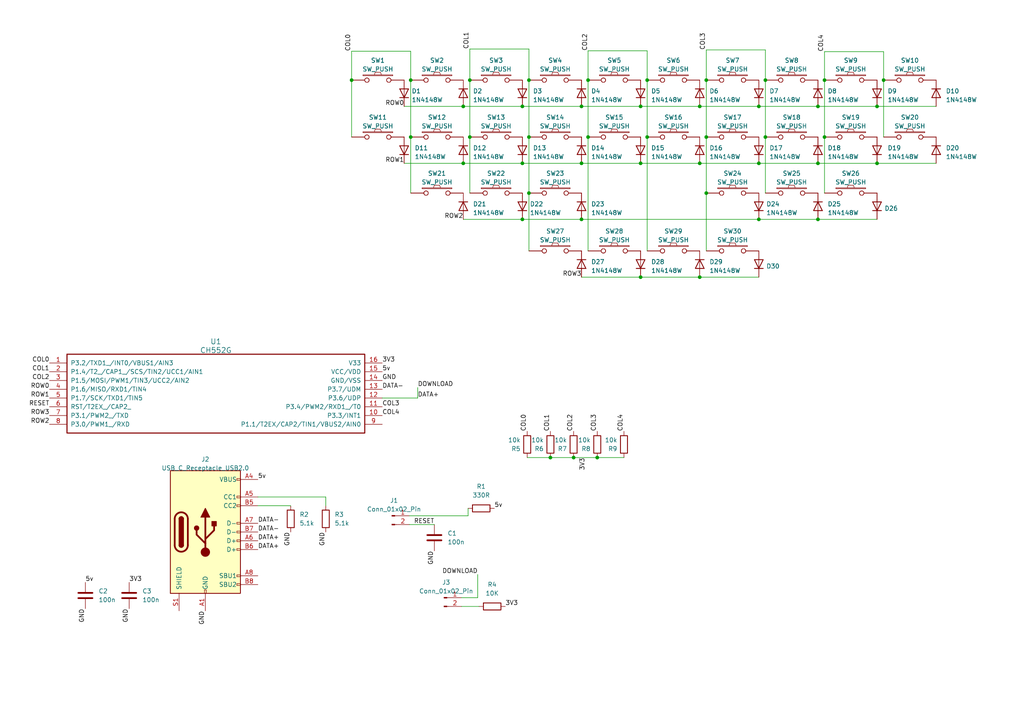
<source format=kicad_sch>
(kicad_sch (version 20230121) (generator eeschema)
  (paper "A4")
  (lib_symbols
    (symbol "Connector:Conn_01x02_Pin" (pin_names (offset 1.016) hide)
      (property "Reference" "J" (at 0 2.54 0))
      (property "Value" "Conn_01x02_Pin" (at 0 -5.08 0))
      (symbol "Conn_01x02_Pin_1_1"
        (polyline (pts (xy 1.27 -2.54) (xy 0.8636 -2.54)) (stroke (width 0.1524)))
        (polyline (pts (xy 1.27 0) (xy 0.8636 0)) (stroke (width 0.1524)))
        (rectangle (start 0.8636 -2.413) (end 0 -2.667) (stroke (width 0.1524)) (fill (type outline)))
        (rectangle (start 0.8636 0.127) (end 0 -0.127) (stroke (width 0.1524)) (fill (type outline)))
        (pin passive line (at 5.08 0 180) (length 3.81) (name "Pin_1") (number "1"))
        (pin passive line (at 5.08 -2.54 180) (length 3.81) (name "Pin_2") (number "2"))
      )
    )
    (symbol "Connector:USB_C_Receptacle_USB2.0" (pin_names (offset 1.016))
      (property "Reference" "J" (at -10.16 19.05 0))
      (property "Value" "USB_C_Receptacle_USB2.0" (at 19.05 19.05 0))
      (symbol "USB_C_Receptacle_USB2.0_0_0"
        (rectangle (start -0.254 -17.78) (end 0.254 -16.764))
        (rectangle (start 10.16 -14.986) (end 9.144 -15.494))
        (rectangle (start 10.16 -12.446) (end 9.144 -12.954))
        (rectangle (start 10.16 -4.826) (end 9.144 -5.334))
        (rectangle (start 10.16 -2.286) (end 9.144 -2.794))
        (rectangle (start 10.16 0.254) (end 9.144 -0.254))
        (rectangle (start 10.16 2.794) (end 9.144 2.286))
        (rectangle (start 10.16 7.874) (end 9.144 7.366))
        (rectangle (start 10.16 10.414) (end 9.144 9.906))
        (rectangle (start 10.16 15.494) (end 9.144 14.986))
      )
      (symbol "USB_C_Receptacle_USB2.0_0_1"
        (rectangle (start -10.16 17.78) (end 10.16 -17.78) (stroke (width 0.254)) (fill (type background)))
        (arc (start -8.89 -3.81) (mid -6.985 -5.7067) (end -5.08 -3.81) (stroke (width 0.508)))
        (arc (start -7.62 -3.81) (mid -6.985 -4.4423) (end -6.35 -3.81) (stroke (width 0.254)))
        (arc (start -7.62 -3.81) (mid -6.985 -4.4423) (end -6.35 -3.81) (stroke (width 0.254)) (fill (type outline)))
        (rectangle (start -7.62 -3.81) (end -6.35 3.81) (stroke (width 0.254)) (fill (type outline)))
        (arc (start -6.35 3.81) (mid -6.985 4.4423) (end -7.62 3.81) (stroke (width 0.254)))
        (arc (start -6.35 3.81) (mid -6.985 4.4423) (end -7.62 3.81) (stroke (width 0.254)) (fill (type outline)))
        (arc (start -5.08 3.81) (mid -6.985 5.7067) (end -8.89 3.81) (stroke (width 0.508)))
        (circle (center -2.54 1.143) (radius 0.635) (stroke (width 0.254)) (fill (type outline)))
        (circle (center 0 -5.842) (radius 1.27) (fill (type outline)))
        (polyline (pts (xy -8.89 -3.81) (xy -8.89 3.81)) (stroke (width 0.508)))
        (polyline (pts (xy -5.08 3.81) (xy -5.08 -3.81)) (stroke (width 0.508)))
        (polyline (pts (xy 0 -5.842) (xy 0 4.318)) (stroke (width 0.508)))
        (polyline (pts (xy 0 -3.302) (xy -2.54 -0.762) (xy -2.54 0.508)) (stroke (width 0.508)))
        (polyline (pts (xy 0 -2.032) (xy 2.54 0.508) (xy 2.54 1.778)) (stroke (width 0.508)))
        (polyline (pts (xy -1.27 4.318) (xy 0 6.858) (xy 1.27 4.318) (xy -1.27 4.318)) (stroke (width 0.254)) (fill (type outline)))
        (rectangle (start 1.905 1.778) (end 3.175 3.048) (stroke (width 0.254)) (fill (type outline)))
      )
      (symbol "USB_C_Receptacle_USB2.0_1_1"
        (pin passive line (at 0 -22.86 90) (length 5.08) (name "GND") (number "A1"))
        (pin passive line (at 0 -22.86 90) (length 5.08) hide (name "GND") (number "A12"))
        (pin passive line (at 15.24 15.24 180) (length 5.08) (name "VBUS") (number "A4"))
        (pin bidirectional line (at 15.24 10.16 180) (length 5.08) (name "CC1") (number "A5"))
        (pin bidirectional line (at 15.24 -2.54 180) (length 5.08) (name "D+") (number "A6"))
        (pin bidirectional line (at 15.24 2.54 180) (length 5.08) (name "D-") (number "A7"))
        (pin bidirectional line (at 15.24 -12.7 180) (length 5.08) (name "SBU1") (number "A8"))
        (pin passive line (at 15.24 15.24 180) (length 5.08) hide (name "VBUS") (number "A9"))
        (pin passive line (at 0 -22.86 90) (length 5.08) hide (name "GND") (number "B1"))
        (pin passive line (at 0 -22.86 90) (length 5.08) hide (name "GND") (number "B12"))
        (pin passive line (at 15.24 15.24 180) (length 5.08) hide (name "VBUS") (number "B4"))
        (pin bidirectional line (at 15.24 7.62 180) (length 5.08) (name "CC2") (number "B5"))
        (pin bidirectional line (at 15.24 -5.08 180) (length 5.08) (name "D+") (number "B6"))
        (pin bidirectional line (at 15.24 0 180) (length 5.08) (name "D-") (number "B7"))
        (pin bidirectional line (at 15.24 -15.24 180) (length 5.08) (name "SBU2") (number "B8"))
        (pin passive line (at 15.24 15.24 180) (length 5.08) hide (name "VBUS") (number "B9"))
        (pin passive line (at -7.62 -22.86 90) (length 5.08) (name "SHIELD") (number "S1"))
      )
    )
    (symbol "Device:C" (pin_numbers hide) (pin_names (offset 0.254))
      (property "Reference" "C" (at 0.635 2.54 0))
      (property "Value" "C" (at 0.635 -2.54 0))
      (symbol "C_0_1"
        (polyline (pts (xy -2.032 -0.762) (xy 2.032 -0.762)) (stroke (width 0.508)))
        (polyline (pts (xy -2.032 0.762) (xy 2.032 0.762)) (stroke (width 0.508)))
      )
      (symbol "C_1_1"
        (pin passive line (at 0 3.81 270) (length 2.794) (name "~") (number "1"))
        (pin passive line (at 0 -3.81 90) (length 2.794) (name "~") (number "2"))
      )
    )
    (symbol "Device:R" (pin_numbers hide) (pin_names (offset 0))
      (property "Reference" "R" (at 2.032 0 90))
      (property "Value" "R" (at 0 0 90))
      (symbol "R_0_1"
        (rectangle (start -1.016 -2.54) (end 1.016 2.54) (stroke (width 0.254)))
      )
      (symbol "R_1_1"
        (pin passive line (at 0 3.81 270) (length 1.27) (name "~") (number "1"))
        (pin passive line (at 0 -3.81 90) (length 1.27) (name "~") (number "2"))
      )
    )
    (symbol "Diode:1N4148W" (pin_numbers hide) (pin_names hide)
      (property "Reference" "D" (at 0 2.54 0))
      (property "Value" "1N4148W" (at 0 -2.54 0))
      (symbol "1N4148W_0_1"
        (polyline (pts (xy -1.27 1.27) (xy -1.27 -1.27)) (stroke (width 0.254)))
        (polyline (pts (xy 1.27 0) (xy -1.27 0)))
        (polyline (pts (xy 1.27 1.27) (xy 1.27 -1.27) (xy -1.27 0) (xy 1.27 1.27)) (stroke (width 0.254)))
      )
      (symbol "1N4148W_1_1"
        (pin passive line (at -3.81 0 0) (length 2.54) (name "K") (number "1"))
        (pin passive line (at 3.81 0 180) (length 2.54) (name "A") (number "2"))
      )
    )
    (symbol "kbd:SW_PUSH" (pin_numbers hide) (pin_names (offset 1.016) hide)
      (property "Reference" "SW" (at 3.81 2.794 0))
      (property "Value" "SW_PUSH" (at 0 -2.032 0))
      (symbol "SW_PUSH_0_1"
        (rectangle (start -4.318 1.27) (end 4.318 1.524))
        (polyline (pts (xy -1.016 1.524) (xy -0.762 2.286) (xy 0.762 2.286) (xy 1.016 1.524)))
        (pin passive inverted (at -7.62 0 0) (length 5.08) (name "1") (number "1"))
        (pin passive inverted (at 7.62 0 180) (length 5.08) (name "2") (number "2"))
      )
    )
    (symbol "wch:CH552G" (pin_names (offset 1.016))
      (property "Reference" "U" (at 5.08 6.35 0))
      (property "Value" "CH552G" (at 5.08 3.81 0))
      (symbol "CH552G_1_1"
        (rectangle (start 5.08 2.54) (end 91.44 -20.32) (stroke (width 0.3048)))
        (pin bidirectional line (at 0 0 0) (length 5.08) (name "P3.2/TXD1_/INT0/VBUS1/AIN3") (number "1"))
        (pin bidirectional line (at 96.52 -15.24 180) (length 5.08) (name "P3.3/INT1") (number "10"))
        (pin bidirectional line (at 96.52 -12.7 180) (length 5.08) (name "P3.4/PWM2/RXD1_/T0") (number "11"))
        (pin bidirectional line (at 96.52 -10.16 180) (length 5.08) (name "P3.6/UDP") (number "12"))
        (pin bidirectional line (at 96.52 -7.62 180) (length 5.08) (name "P3.7/UDM") (number "13"))
        (pin power_in line (at 96.52 -5.08 180) (length 5.08) (name "GND/VSS") (number "14"))
        (pin power_in line (at 96.52 -2.54 180) (length 5.08) (name "VCC/VDD") (number "15"))
        (pin power_in line (at 96.52 0 180) (length 5.08) (name "V33") (number "16"))
        (pin bidirectional line (at 0 -2.54 0) (length 5.08) (name "P1.4/T2_/CAP1_/SCS/TIN2/UCC1/AIN1") (number "2"))
        (pin bidirectional line (at 0 -5.08 0) (length 5.08) (name "P1.5/MOSI/PWM1/TIN3/UCC2/AIN2") (number "3"))
        (pin bidirectional line (at 0 -7.62 0) (length 5.08) (name "P1.6/MISO/RXD1/TIN4") (number "4"))
        (pin bidirectional line (at 0 -10.16 0) (length 5.08) (name "P1.7/SCK/TXD1/TIN5") (number "5"))
        (pin bidirectional line (at 0 -12.7 0) (length 5.08) (name "RST/T2EX_/CAP2_") (number "6"))
        (pin bidirectional line (at 0 -15.24 0) (length 5.08) (name "P3.1/PWM2_/TXD") (number "7"))
        (pin bidirectional line (at 0 -17.78 0) (length 5.08) (name "P3.0/PWM1_/RXD") (number "8"))
        (pin bidirectional line (at 96.52 -17.78 180) (length 5.08) (name "P1.1/T2EX/CAP2/TIN1/VBUS2/AIN0") (number "9"))
      )
    )
  )
  (junction (at 220.091 63.627))
  (junction (at 239.141 39.751))
  (junction (at 168.656 47.371))
  (junction (at 239.141 23.241))
  (junction (at 237.236 30.861))
  (junction (at 173.228 132.715))
  (junction (at 220.091 30.861))
  (junction (at 221.996 39.751))
  (junction (at 168.656 30.861))
  (junction (at 170.561 23.241))
  (junction (at 185.801 47.371))
  (junction (at 237.236 63.627))
  (junction (at 185.801 80.391))
  (junction (at 254.381 47.371))
  (junction (at 119.126 39.751))
  (junction (at 204.851 39.751))
  (junction (at 151.511 30.861))
  (junction (at 220.091 47.371))
  (junction (at 254.381 30.861))
  (junction (at 136.271 23.241))
  (junction (at 153.416 39.751))
  (junction (at 204.851 56.007))
  (junction (at 119.126 23.241))
  (junction (at 187.706 39.751))
  (junction (at 151.511 47.371))
  (junction (at 168.656 63.627))
  (junction (at 204.851 23.241))
  (junction (at 185.801 30.861))
  (junction (at 202.946 80.391))
  (junction (at 166.37 132.715))
  (junction (at 134.366 47.371))
  (junction (at 136.271 39.751))
  (junction (at 101.981 23.241))
  (junction (at 202.946 30.861))
  (junction (at 237.236 47.371))
  (junction (at 134.366 30.861))
  (junction (at 187.706 23.241))
  (junction (at 151.511 63.627))
  (junction (at 221.996 23.241))
  (junction (at 170.561 39.751))
  (junction (at 153.416 56.007))
  (junction (at 256.286 23.241))
  (junction (at 202.946 47.371))
  (junction (at 153.416 23.241))
  (junction (at 159.639 132.715))
  (wire (pts (xy 101.981 39.751) (xy 101.981 23.241)))
  (wire (pts (xy 221.996 14.478) (xy 221.996 23.241)))
  (wire (pts (xy 221.996 39.751) (xy 221.996 56.007)))
  (wire (pts (xy 187.706 14.732) (xy 187.706 23.241)))
  (wire (pts (xy 170.561 23.241) (xy 170.561 14.732)))
  (wire (pts (xy 204.851 72.771) (xy 204.851 56.007)))
  (wire (pts (xy 237.236 63.627) (xy 254.381 63.627)))
  (wire (pts (xy 152.908 132.715) (xy 159.639 132.715)))
  (wire (pts (xy 187.706 39.751) (xy 187.706 72.771)))
  (wire (pts (xy 168.656 47.371) (xy 185.801 47.371)))
  (wire (pts (xy 134.366 30.861) (xy 151.511 30.861)))
  (wire (pts (xy 204.851 23.241) (xy 204.851 14.478)))
  (wire (pts (xy 151.511 63.627) (xy 168.656 63.627)))
  (wire (pts (xy 204.851 14.478) (xy 221.996 14.478)))
  (wire (pts (xy 110.871 115.443) (xy 121.158 115.443)))
  (wire (pts (xy 153.416 56.007) (xy 153.416 72.771)))
  (wire (pts (xy 168.656 63.627) (xy 220.091 63.627)))
  (wire (pts (xy 187.706 23.241) (xy 187.706 39.751)))
  (wire (pts (xy 117.221 47.371) (xy 134.366 47.371)))
  (wire (pts (xy 133.858 175.895) (xy 138.938 175.895)))
  (wire (pts (xy 254.381 47.371) (xy 271.526 47.371)))
  (wire (pts (xy 202.946 30.861) (xy 220.091 30.861)))
  (wire (pts (xy 202.946 47.371) (xy 220.091 47.371)))
  (wire (pts (xy 170.561 39.751) (xy 170.561 72.771)))
  (wire (pts (xy 239.141 23.241) (xy 239.141 14.986)))
  (wire (pts (xy 101.981 14.859) (xy 119.126 14.859)))
  (wire (pts (xy 119.126 23.241) (xy 119.126 39.751)))
  (wire (pts (xy 134.366 63.627) (xy 151.511 63.627)))
  (wire (pts (xy 221.996 23.241) (xy 221.996 39.751)))
  (wire (pts (xy 204.851 39.751) (xy 204.851 23.241)))
  (wire (pts (xy 185.801 80.391) (xy 202.946 80.391)))
  (wire (pts (xy 239.141 14.986) (xy 256.286 14.986)))
  (wire (pts (xy 256.286 23.241) (xy 256.286 39.751)))
  (wire (pts (xy 202.946 80.391) (xy 220.091 80.391)))
  (wire (pts (xy 151.511 30.861) (xy 168.656 30.861)))
  (wire (pts (xy 237.236 47.371) (xy 254.381 47.371)))
  (wire (pts (xy 256.286 14.986) (xy 256.286 23.241)))
  (wire (pts (xy 136.271 56.007) (xy 136.271 39.751)))
  (wire (pts (xy 159.639 132.715) (xy 166.37 132.715)))
  (wire (pts (xy 136.271 14.224) (xy 153.416 14.224)))
  (wire (pts (xy 136.271 23.241) (xy 136.271 14.224)))
  (wire (pts (xy 119.126 39.751) (xy 119.126 56.007)))
  (wire (pts (xy 153.416 39.751) (xy 153.416 56.007)))
  (wire (pts (xy 121.158 112.395) (xy 121.158 115.443)))
  (wire (pts (xy 185.801 30.861) (xy 202.946 30.861)))
  (wire (pts (xy 173.228 132.715) (xy 180.975 132.715)))
  (wire (pts (xy 138.557 166.624) (xy 138.557 173.355)))
  (wire (pts (xy 117.221 30.861) (xy 134.366 30.861)))
  (wire (pts (xy 74.803 144.145) (xy 94.488 144.145)))
  (wire (pts (xy 239.141 39.751) (xy 239.141 56.007)))
  (wire (pts (xy 134.366 47.371) (xy 151.511 47.371)))
  (wire (pts (xy 136.271 39.751) (xy 136.271 23.241)))
  (wire (pts (xy 101.981 23.241) (xy 101.981 14.859)))
  (wire (pts (xy 135.763 149.606) (xy 135.763 147.447)))
  (wire (pts (xy 153.416 14.224) (xy 153.416 23.241)))
  (wire (pts (xy 220.091 47.371) (xy 237.236 47.371)))
  (wire (pts (xy 133.858 173.355) (xy 138.557 173.355)))
  (wire (pts (xy 220.091 30.861) (xy 237.236 30.861)))
  (wire (pts (xy 166.37 132.715) (xy 173.228 132.715)))
  (wire (pts (xy 204.851 56.007) (xy 204.851 39.751)))
  (wire (pts (xy 237.236 30.861) (xy 254.381 30.861)))
  (wire (pts (xy 153.416 23.241) (xy 153.416 39.751)))
  (wire (pts (xy 168.656 80.391) (xy 185.801 80.391)))
  (wire (pts (xy 151.511 47.371) (xy 168.656 47.371)))
  (wire (pts (xy 239.141 39.751) (xy 239.141 23.241)))
  (wire (pts (xy 254.381 30.861) (xy 271.526 30.861)))
  (wire (pts (xy 220.091 63.627) (xy 237.236 63.627)))
  (wire (pts (xy 168.656 30.861) (xy 185.801 30.861)))
  (wire (pts (xy 119.126 14.859) (xy 119.126 23.241)))
  (wire (pts (xy 170.561 14.732) (xy 187.706 14.732)))
  (wire (pts (xy 74.803 146.685) (xy 84.328 146.685)))
  (wire (pts (xy 94.488 144.145) (xy 94.488 146.685)))
  (wire (pts (xy 118.745 152.146) (xy 125.984 152.146)))
  (wire (pts (xy 118.745 149.606) (xy 135.763 149.606)))
  (wire (pts (xy 185.801 47.371) (xy 202.946 47.371)))
  (wire (pts (xy 170.561 23.241) (xy 170.561 39.751)))
  (label "DATA-" (at 74.803 154.305 0))
  (label "ROW1" (at 14.351 115.443 180))
  (label "COL1" (at 159.639 125.095 90))
  (label "GND" (at 125.984 159.766 270))
  (label "ROW2" (at 14.351 123.063 180))
  (label "5v" (at 143.383 147.447 0))
  (label "DATA+" (at 121.158 115.443 0))
  (label "COL0" (at 14.351 105.283 180))
  (label "COL3" (at 204.851 14.478 90))
  (label "DATA+" (at 74.803 159.385 0))
  (label "DOWNLOAD" (at 138.557 166.624 180))
  (label "COL2" (at 170.688 14.732 90))
  (label "GND" (at 59.563 177.165 270))
  (label "ROW0" (at 14.351 112.903 180))
  (label "GND" (at 94.488 154.305 270))
  (label "DOWNLOAD" (at 121.158 112.395 0))
  (label "COL4" (at 180.975 125.095 90))
  (label "DATA+" (at 74.803 156.845 0))
  (label "COL2" (at 14.351 110.363 180))
  (label "GND" (at 84.328 154.305 270))
  (label "COL1" (at 14.351 107.823 180))
  (label "3V3" (at 169.926 132.715 270))
  (label "COL0" (at 152.908 125.095 90))
  (label "COL1" (at 136.271 14.224 90))
  (label "DATA-" (at 74.803 151.765 0))
  (label "ROW1" (at 117.221 47.371 180))
  (label "GND" (at 110.871 110.363 0))
  (label "3V3" (at 37.465 168.91 0))
  (label "COL4" (at 110.871 120.523 0))
  (label "COL3" (at 110.871 117.983 0))
  (label "ROW2" (at 134.366 63.627 180))
  (label "3V3" (at 146.558 175.895 0))
  (label "ROW0" (at 117.221 30.861 180))
  (label "COL0" (at 101.981 14.859 90))
  (label "COL4" (at 239.141 14.986 90))
  (label "5v" (at 24.765 168.91 0))
  (label "ROW3" (at 14.351 120.523 180))
  (label "RESET" (at 14.351 117.983 180))
  (label "COL3" (at 173.228 125.095 90))
  (label "3V3" (at 110.871 105.283 0))
  (label "ROW3" (at 168.656 80.391 180))
  (label "DATA-" (at 110.871 112.903 0))
  (label "5v" (at 74.803 139.065 0))
  (label "GND" (at 37.465 176.53 270))
  (label "COL2" (at 166.37 125.095 90))
  (label "RESET" (at 125.984 152.146 180))
  (label "GND" (at 24.765 176.53 270))
  (label "5v" (at 110.871 107.823 0))
  (symbol (lib_id "kbd:SW_PUSH") (at 126.746 56.007 0) (unit 1)
    (property "Reference" "SW21" (at 126.746 50.292 0))
    (property "Value" "SW_PUSH" (at 126.746 52.832 0))
    (property "Footprint" "PCM_Switch_Keyboard_Hotswap_Kailh:SW_Hotswap_Kailh_MX_1.00u" (effects hide))
  )
  (symbol (lib_id "kbd:SW_PUSH") (at 178.181 39.751 0) (unit 1)
    (property "Reference" "SW15" (at 178.181 34.036 0))
    (property "Value" "SW_PUSH" (at 178.181 36.576 0))
    (property "Footprint" "PCM_Switch_Keyboard_Hotswap_Kailh:SW_Hotswap_Kailh_MX_1.00u" (effects hide))
  )
  (symbol (lib_id "kbd:SW_PUSH") (at 229.616 56.007 0) (unit 1)
    (property "Reference" "SW25" (at 229.616 50.292 0))
    (property "Value" "SW_PUSH" (at 229.616 52.832 0))
    (property "Footprint" "PCM_Switch_Keyboard_Hotswap_Kailh:SW_Hotswap_Kailh_MX_1.00u" (effects hide))
  )
  (symbol (lib_id "kbd:SW_PUSH") (at 161.036 56.007 0) (unit 1)
    (property "Reference" "SW23" (at 161.036 50.292 0))
    (property "Value" "SW_PUSH" (at 161.036 52.832 0))
    (property "Footprint" "PCM_Switch_Keyboard_Hotswap_Kailh:SW_Hotswap_Kailh_MX_1.00u" (effects hide))
  )
  (symbol (lib_id "Device:C") (at 125.984 155.956 0) (unit 1)
    (property "Reference" "C1" (at 129.794 154.686 0) (effects (justify left)))
    (property "Value" "100n" (at 129.794 157.226 0) (effects (justify left)))
    (property "Footprint" "Capacitor_SMD:C_0805_2012Metric" (effects hide))
    (property "LCSC" "C49678" (effects hide))
  )
  (symbol (lib_id "Diode:1N4148W") (at 254.381 43.561 90) (unit 1)
    (property "Reference" "D19" (at 257.429 42.926 90) (effects (justify right)))
    (property "Value" "1N4148W" (at 257.429 45.466 90) (effects (justify right)))
    (property "Footprint" "Diode_SMD:D_SOD-123" (effects hide))
    (property "Datasheet" "https://www.vishay.com/docs/85748/1n4148w.pdf" (effects hide))
    (property "Sim.Device" "D" (effects hide))
    (property "Sim.Pins" "1=K 2=A" (effects hide))
  )
  (symbol (lib_id "Diode:1N4148W") (at 237.236 27.051 270) (unit 1)
    (property "Reference" "D8" (at 240.03 26.416 90) (effects (justify left)))
    (property "Value" "1N4148W" (at 240.03 28.956 90) (effects (justify left)))
    (property "Footprint" "Diode_SMD:D_SOD-123" (effects hide))
    (property "Datasheet" "https://www.vishay.com/docs/85748/1n4148w.pdf" (effects hide))
    (property "Sim.Device" "D" (effects hide))
    (property "Sim.Pins" "1=K 2=A" (effects hide))
  )
  (symbol (lib_id "Diode:1N4148W") (at 134.366 43.561 270) (unit 1)
    (property "Reference" "D12" (at 137.16 42.926 90) (effects (justify left)))
    (property "Value" "1N4148W" (at 137.16 45.466 90) (effects (justify left)))
    (property "Footprint" "Diode_SMD:D_SOD-123" (effects hide))
    (property "Datasheet" "https://www.vishay.com/docs/85748/1n4148w.pdf" (effects hide))
    (property "Sim.Device" "D" (effects hide))
    (property "Sim.Pins" "1=K 2=A" (effects hide))
  )
  (symbol (lib_id "kbd:SW_PUSH") (at 143.891 23.241 0) (unit 1)
    (property "Reference" "SW3" (at 143.891 17.526 0))
    (property "Value" "SW_PUSH" (at 143.891 20.066 0))
    (property "Footprint" "PCM_Switch_Keyboard_Hotswap_Kailh:SW_Hotswap_Kailh_MX_1.00u" (effects hide))
  )
  (symbol (lib_id "Diode:1N4148W") (at 134.366 59.817 270) (unit 1)
    (property "Reference" "D21" (at 137.16 59.182 90) (effects (justify left)))
    (property "Value" "1N4148W" (at 137.16 61.722 90) (effects (justify left)))
    (property "Footprint" "Diode_SMD:D_SOD-123" (effects hide))
    (property "Datasheet" "https://www.vishay.com/docs/85748/1n4148w.pdf" (effects hide))
    (property "Sim.Device" "D" (effects hide))
    (property "Sim.Pins" "1=K 2=A" (effects hide))
  )
  (symbol (lib_id "Device:R") (at 166.37 128.905 180) (unit 1)
    (property "Reference" "R7" (at 164.465 130.175 0) (effects (justify left)))
    (property "Value" "10k" (at 164.465 127.635 0) (effects (justify left)))
    (property "Footprint" "PCM_Resistor_SMD_AKL:R_0603_1608Metric" (effects hide))
    (property "LCSC" "C25804" (effects hide))
  )
  (symbol (lib_id "Diode:1N4148W") (at 151.511 27.051 90) (unit 1)
    (property "Reference" "D3" (at 154.559 26.416 90) (effects (justify right)))
    (property "Value" "1N4148W" (at 154.559 28.956 90) (effects (justify right)))
    (property "Footprint" "Diode_SMD:D_SOD-123" (effects hide))
    (property "Datasheet" "https://www.vishay.com/docs/85748/1n4148w.pdf" (effects hide))
    (property "Sim.Device" "D" (effects hide))
    (property "Sim.Pins" "1=K 2=A" (effects hide))
  )
  (symbol (lib_id "Diode:1N4148W") (at 168.656 27.051 270) (unit 1)
    (property "Reference" "D4" (at 171.45 26.416 90) (effects (justify left)))
    (property "Value" "1N4148W" (at 171.45 28.956 90) (effects (justify left)))
    (property "Footprint" "Diode_SMD:D_SOD-123" (effects hide))
    (property "Datasheet" "https://www.vishay.com/docs/85748/1n4148w.pdf" (effects hide))
    (property "Sim.Device" "D" (effects hide))
    (property "Sim.Pins" "1=K 2=A" (effects hide))
  )
  (symbol (lib_id "Diode:1N4148W") (at 220.091 76.581 90) (unit 1)
    (property "Reference" "D30" (at 222.25 77.216 90) (effects (justify right)))
    (property "Value" "1N4148W" (effects hide))
    (property "Footprint" "Diode_SMD:D_SOD-123" (effects hide))
    (property "Datasheet" "https://www.vishay.com/docs/85748/1n4148w.pdf" (effects hide))
    (property "Sim.Device" "D" (effects hide))
    (property "Sim.Pins" "1=K 2=A" (effects hide))
  )
  (symbol (lib_id "Diode:1N4148W") (at 202.946 76.581 270) (unit 1)
    (property "Reference" "D29" (at 205.74 75.946 90) (effects (justify left)))
    (property "Value" "1N4148W" (at 205.74 78.486 90) (effects (justify left)))
    (property "Footprint" "Diode_SMD:D_SOD-123" (effects hide))
    (property "Datasheet" "https://www.vishay.com/docs/85748/1n4148w.pdf" (effects hide))
    (property "Sim.Device" "D" (effects hide))
    (property "Sim.Pins" "1=K 2=A" (effects hide))
  )
  (symbol (lib_id "kbd:SW_PUSH") (at 263.906 23.241 0) (unit 1)
    (property "Reference" "SW10" (at 263.906 17.526 0))
    (property "Value" "SW_PUSH" (at 263.906 20.066 0))
    (property "Footprint" "PCM_Switch_Keyboard_Hotswap_Kailh:SW_Hotswap_Kailh_MX_1.00u" (effects hide))
  )
  (symbol (lib_id "Diode:1N4148W") (at 237.236 59.817 270) (unit 1)
    (property "Reference" "D25" (at 240.03 59.182 90) (effects (justify left)))
    (property "Value" "1N4148W" (at 240.03 61.722 90) (effects (justify left)))
    (property "Footprint" "Diode_SMD:D_SOD-123" (effects hide))
    (property "Datasheet" "https://www.vishay.com/docs/85748/1n4148w.pdf" (effects hide))
    (property "Sim.Device" "D" (effects hide))
    (property "Sim.Pins" "1=K 2=A" (effects hide))
  )
  (symbol (lib_id "kbd:SW_PUSH") (at 229.616 39.751 0) (unit 1)
    (property "Reference" "SW18" (at 229.616 34.036 0))
    (property "Value" "SW_PUSH" (at 229.616 36.576 0))
    (property "Footprint" "PCM_Switch_Keyboard_Hotswap_Kailh:SW_Hotswap_Kailh_MX_1.00u" (effects hide))
  )
  (symbol (lib_id "kbd:SW_PUSH") (at 161.036 23.241 0) (unit 1)
    (property "Reference" "SW4" (at 161.036 17.526 0))
    (property "Value" "SW_PUSH" (at 161.036 20.066 0))
    (property "Footprint" "PCM_Switch_Keyboard_Hotswap_Kailh:SW_Hotswap_Kailh_MX_1.00u" (effects hide))
  )
  (symbol (lib_id "Connector:USB_C_Receptacle_USB2.0") (at 59.563 154.305 0) (unit 1)
    (property "Reference" "J2" (at 59.563 133.223 0))
    (property "Value" "USB_C_Receptacle_USB2.0" (at 59.563 135.763 0))
    (property "Footprint" "Connector_USB:USB_C_Receptacle_HRO_TYPE-C-31-M-12" (effects hide))
    (property "Datasheet" "https://www.usb.org/sites/default/files/documents/usb_type-c.zip" (effects hide))
    (property "LCSC" "C-31-M-12" (effects hide))
  )
  (symbol (lib_id "kbd:SW_PUSH") (at 212.471 72.771 0) (unit 1)
    (property "Reference" "SW30" (at 212.471 67.056 0))
    (property "Value" "SW_PUSH" (at 212.471 69.596 0))
    (property "Footprint" "PCM_Switch_Keyboard_Hotswap_Kailh:SW_Hotswap_Kailh_MX_1.00u" (effects hide))
  )
  (symbol (lib_id "Diode:1N4148W") (at 271.526 43.561 270) (unit 1)
    (property "Reference" "D20" (at 274.32 42.926 90) (effects (justify left)))
    (property "Value" "1N4148W" (at 274.32 45.466 90) (effects (justify left)))
    (property "Footprint" "Diode_SMD:D_SOD-123" (effects hide))
    (property "Datasheet" "https://www.vishay.com/docs/85748/1n4148w.pdf" (effects hide))
    (property "Sim.Device" "D" (effects hide))
    (property "Sim.Pins" "1=K 2=A" (effects hide))
  )
  (symbol (lib_id "Diode:1N4148W") (at 185.801 43.561 90) (unit 1)
    (property "Reference" "D15" (at 188.849 42.926 90) (effects (justify right)))
    (property "Value" "1N4148W" (at 188.849 45.466 90) (effects (justify right)))
    (property "Footprint" "Diode_SMD:D_SOD-123" (effects hide))
    (property "Datasheet" "https://www.vishay.com/docs/85748/1n4148w.pdf" (effects hide))
    (property "Sim.Device" "D" (effects hide))
    (property "Sim.Pins" "1=K 2=A" (effects hide))
  )
  (symbol (lib_id "kbd:SW_PUSH") (at 212.471 56.007 0) (unit 1)
    (property "Reference" "SW24" (at 212.471 50.292 0))
    (property "Value" "SW_PUSH" (at 212.471 52.832 0))
    (property "Footprint" "PCM_Switch_Keyboard_Hotswap_Kailh:SW_Hotswap_Kailh_MX_1.00u" (effects hide))
  )
  (symbol (lib_id "kbd:SW_PUSH") (at 109.601 23.241 0) (unit 1)
    (property "Reference" "SW1" (at 109.601 17.526 0))
    (property "Value" "SW_PUSH" (at 109.601 20.066 0))
    (property "Footprint" "PCM_Switch_Keyboard_Hotswap_Kailh:SW_Hotswap_Kailh_MX_1.00u" (effects hide))
  )
  (symbol (lib_id "kbd:SW_PUSH") (at 178.181 72.771 0) (unit 1)
    (property "Reference" "SW28" (at 178.181 67.056 0))
    (property "Value" "SW_PUSH" (at 178.181 69.596 0))
    (property "Footprint" "PCM_Switch_Keyboard_Hotswap_Kailh:SW_Hotswap_Kailh_MX_1.00u" (effects hide))
  )
  (symbol (lib_id "Device:R") (at 173.228 128.905 180) (unit 1)
    (property "Reference" "R8" (at 171.323 130.175 0) (effects (justify left)))
    (property "Value" "10k" (at 171.323 127.635 0) (effects (justify left)))
    (property "Footprint" "PCM_Resistor_SMD_AKL:R_0603_1608Metric" (effects hide))
    (property "LCSC" "C25804" (effects hide))
  )
  (symbol (lib_id "Diode:1N4148W") (at 220.091 59.817 90) (unit 1)
    (property "Reference" "D24" (at 222.25 59.182 90) (effects (justify right)))
    (property "Value" "1N4148W" (at 222.25 61.722 90) (effects (justify right)))
    (property "Footprint" "Diode_SMD:D_SOD-123" (effects hide))
    (property "Datasheet" "https://www.vishay.com/docs/85748/1n4148w.pdf" (effects hide))
    (property "Sim.Device" "D" (effects hide))
    (property "Sim.Pins" "1=K 2=A" (effects hide))
  )
  (symbol (lib_id "Diode:1N4148W") (at 254.381 27.051 90) (unit 1)
    (property "Reference" "D9" (at 257.429 26.416 90) (effects (justify right)))
    (property "Value" "1N4148W" (at 257.429 28.956 90) (effects (justify right)))
    (property "Footprint" "Diode_SMD:D_SOD-123" (effects hide))
    (property "Datasheet" "https://www.vishay.com/docs/85748/1n4148w.pdf" (effects hide))
    (property "Sim.Device" "D" (effects hide))
    (property "Sim.Pins" "1=K 2=A" (effects hide))
  )
  (symbol (lib_id "kbd:SW_PUSH") (at 195.326 39.751 0) (unit 1)
    (property "Reference" "SW16" (at 195.326 34.036 0))
    (property "Value" "SW_PUSH" (at 195.326 36.576 0))
    (property "Footprint" "PCM_Switch_Keyboard_Hotswap_Kailh:SW_Hotswap_Kailh_MX_1.00u" (effects hide))
  )
  (symbol (lib_id "Diode:1N4148W") (at 134.366 27.051 270) (unit 1)
    (property "Reference" "D2" (at 137.16 26.416 90) (effects (justify left)))
    (property "Value" "1N4148W" (at 137.16 28.956 90) (effects (justify left)))
    (property "Footprint" "Diode_SMD:D_SOD-123" (effects hide))
    (property "Datasheet" "https://www.vishay.com/docs/85748/1n4148w.pdf" (effects hide))
    (property "Sim.Device" "D" (effects hide))
    (property "Sim.Pins" "1=K 2=A" (effects hide))
  )
  (symbol (lib_id "kbd:SW_PUSH") (at 143.891 56.007 0) (unit 1)
    (property "Reference" "SW22" (at 143.891 50.292 0))
    (property "Value" "SW_PUSH" (at 143.891 52.832 0))
    (property "Footprint" "PCM_Switch_Keyboard_Hotswap_Kailh:SW_Hotswap_Kailh_MX_1.00u" (effects hide))
  )
  (symbol (lib_id "wch:CH552G") (at 14.351 105.283 0) (unit 1)
    (property "Reference" "U1" (at 62.611 99.06 0) (effects (font (size 1.524 1.524))))
    (property "Value" "CH552G" (at 62.611 101.6 0) (effects (font (size 1.524 1.524))))
    (property "Footprint" "Package_SO:STC_SOP-16_3.9x9.9mm_P1.27mm" (effects hide))
    (property "Datasheet" "http://www.wch.cn/downloads/file/241.html" (effects hide))
  )
  (symbol (lib_id "Device:R") (at 142.748 175.895 90) (unit 1)
    (property "Reference" "R4" (at 142.748 169.545 90))
    (property "Value" "10K" (at 142.748 172.085 90))
    (property "Footprint" "Resistor_SMD:R_0805_2012Metric" (effects hide))
    (property "LCSC" "C17414" (effects hide))
  )
  (symbol (lib_id "Diode:1N4148W") (at 151.511 59.817 90) (unit 1)
    (property "Reference" "D22" (at 153.67 59.182 90) (effects (justify right)))
    (property "Value" "1N4148W" (at 153.67 61.722 90) (effects (justify right)))
    (property "Footprint" "Diode_SMD:D_SOD-123" (effects hide))
    (property "Datasheet" "https://www.vishay.com/docs/85748/1n4148w.pdf" (effects hide))
    (property "Sim.Device" "D" (effects hide))
    (property "Sim.Pins" "1=K 2=A" (effects hide))
  )
  (symbol (lib_id "kbd:SW_PUSH") (at 246.761 23.241 0) (unit 1)
    (property "Reference" "SW9" (at 246.761 17.526 0))
    (property "Value" "SW_PUSH" (at 246.761 20.066 0))
    (property "Footprint" "PCM_Switch_Keyboard_Hotswap_Kailh:SW_Hotswap_Kailh_MX_1.00u" (effects hide))
  )
  (symbol (lib_id "Device:R") (at 180.975 128.905 180) (unit 1)
    (property "Reference" "R9" (at 179.07 130.175 0) (effects (justify left)))
    (property "Value" "10k" (at 179.07 127.635 0) (effects (justify left)))
    (property "Footprint" "PCM_Resistor_SMD_AKL:R_0603_1608Metric" (effects hide))
    (property "LCSC" "C25804" (effects hide))
  )
  (symbol (lib_id "kbd:SW_PUSH") (at 195.326 72.771 0) (unit 1)
    (property "Reference" "SW29" (at 195.326 67.056 0))
    (property "Value" "SW_PUSH" (at 195.326 69.596 0))
    (property "Footprint" "PCM_Switch_Keyboard_Hotswap_Kailh:SW_Hotswap_Kailh_MX_1.00u" (effects hide))
  )
  (symbol (lib_id "Diode:1N4148W") (at 220.091 43.561 90) (unit 1)
    (property "Reference" "D17" (at 223.139 42.926 90) (effects (justify right)))
    (property "Value" "1N4148W" (at 223.139 45.466 90) (effects (justify right)))
    (property "Footprint" "Diode_SMD:D_SOD-123" (effects hide))
    (property "Datasheet" "https://www.vishay.com/docs/85748/1n4148w.pdf" (effects hide))
    (property "Sim.Device" "D" (effects hide))
    (property "Sim.Pins" "1=K 2=A" (effects hide))
  )
  (symbol (lib_id "Diode:1N4148W") (at 151.511 43.561 90) (unit 1)
    (property "Reference" "D13" (at 154.559 42.926 90) (effects (justify right)))
    (property "Value" "1N4148W" (at 154.559 45.466 90) (effects (justify right)))
    (property "Footprint" "Diode_SMD:D_SOD-123" (effects hide))
    (property "Datasheet" "https://www.vishay.com/docs/85748/1n4148w.pdf" (effects hide))
    (property "Sim.Device" "D" (effects hide))
    (property "Sim.Pins" "1=K 2=A" (effects hide))
  )
  (symbol (lib_id "Device:R") (at 152.908 128.905 180) (unit 1)
    (property "Reference" "R5" (at 151.003 130.175 0) (effects (justify left)))
    (property "Value" "10k" (at 151.003 127.635 0) (effects (justify left)))
    (property "Footprint" "PCM_Resistor_SMD_AKL:R_0603_1608Metric" (effects hide))
    (property "LCSC" "C25804" (effects hide))
  )
  (symbol (lib_id "kbd:SW_PUSH") (at 178.181 23.241 0) (unit 1)
    (property "Reference" "SW5" (at 178.181 17.526 0))
    (property "Value" "SW_PUSH" (at 178.181 20.066 0))
    (property "Footprint" "PCM_Switch_Keyboard_Hotswap_Kailh:SW_Hotswap_Kailh_MX_1.00u" (effects hide))
  )
  (symbol (lib_id "Diode:1N4148W") (at 271.526 27.051 270) (unit 1)
    (property "Reference" "D10" (at 274.32 26.416 90) (effects (justify left)))
    (property "Value" "1N4148W" (at 274.32 28.956 90) (effects (justify left)))
    (property "Footprint" "Diode_SMD:D_SOD-123" (effects hide))
    (property "Datasheet" "https://www.vishay.com/docs/85748/1n4148w.pdf" (effects hide))
    (property "Sim.Device" "D" (effects hide))
    (property "Sim.Pins" "1=K 2=A" (effects hide))
  )
  (symbol (lib_id "kbd:SW_PUSH") (at 109.601 39.751 0) (unit 1)
    (property "Reference" "SW11" (at 109.601 34.036 0))
    (property "Value" "SW_PUSH" (at 109.601 36.576 0))
    (property "Footprint" "PCM_Switch_Keyboard_Hotswap_Kailh:SW_Hotswap_Kailh_MX_1.00u" (effects hide))
  )
  (symbol (lib_id "Device:R") (at 159.639 128.905 180) (unit 1)
    (property "Reference" "R6" (at 157.734 130.175 0) (effects (justify left)))
    (property "Value" "10k" (at 157.734 127.635 0) (effects (justify left)))
    (property "Footprint" "PCM_Resistor_SMD_AKL:R_0603_1608Metric" (effects hide))
    (property "LCSC" "C25804" (effects hide))
  )
  (symbol (lib_id "Diode:1N4148W") (at 185.801 27.051 90) (unit 1)
    (property "Reference" "D5" (at 188.849 26.416 90) (effects (justify right)))
    (property "Value" "1N4148W" (at 188.849 28.956 90) (effects (justify right)))
    (property "Footprint" "Diode_SMD:D_SOD-123" (effects hide))
    (property "Datasheet" "https://www.vishay.com/docs/85748/1n4148w.pdf" (effects hide))
    (property "Sim.Device" "D" (effects hide))
    (property "Sim.Pins" "1=K 2=A" (effects hide))
  )
  (symbol (lib_id "kbd:SW_PUSH") (at 246.761 56.007 0) (unit 1)
    (property "Reference" "SW26" (at 246.761 50.292 0))
    (property "Value" "SW_PUSH" (at 246.761 52.832 0))
    (property "Footprint" "PCM_Switch_Keyboard_Hotswap_Kailh:SW_Hotswap_Kailh_MX_1.00u" (effects hide))
  )
  (symbol (lib_id "kbd:SW_PUSH") (at 212.471 39.751 0) (unit 1)
    (property "Reference" "SW17" (at 212.471 34.036 0))
    (property "Value" "SW_PUSH" (at 212.471 36.576 0))
    (property "Footprint" "PCM_Switch_Keyboard_Hotswap_Kailh:SW_Hotswap_Kailh_MX_1.00u" (effects hide))
  )
  (symbol (lib_id "Diode:1N4148W") (at 168.656 43.561 270) (unit 1)
    (property "Reference" "D14" (at 171.45 42.926 90) (effects (justify left)))
    (property "Value" "1N4148W" (at 171.45 45.466 90) (effects (justify left)))
    (property "Footprint" "Diode_SMD:D_SOD-123" (effects hide))
    (property "Datasheet" "https://www.vishay.com/docs/85748/1n4148w.pdf" (effects hide))
    (property "Sim.Device" "D" (effects hide))
    (property "Sim.Pins" "1=K 2=A" (effects hide))
  )
  (symbol (lib_id "Device:C") (at 24.765 172.72 0) (unit 1)
    (property "Reference" "C2" (at 28.575 171.45 0) (effects (justify left)))
    (property "Value" "100n" (at 28.575 173.99 0) (effects (justify left)))
    (property "Footprint" "Capacitor_SMD:C_0805_2012Metric" (effects hide))
    (property "LCSC" "C49678" (effects hide))
  )
  (symbol (lib_id "kbd:SW_PUSH") (at 263.906 39.751 0) (unit 1)
    (property "Reference" "SW20" (at 263.906 34.036 0))
    (property "Value" "SW_PUSH" (at 263.906 36.576 0))
    (property "Footprint" "PCM_Switch_Keyboard_Hotswap_Kailh:SW_Hotswap_Kailh_MX_1.00u" (effects hide))
  )
  (symbol (lib_id "Diode:1N4148W") (at 202.946 43.561 270) (unit 1)
    (property "Reference" "D16" (at 205.74 42.926 90) (effects (justify left)))
    (property "Value" "1N4148W" (at 205.74 45.466 90) (effects (justify left)))
    (property "Footprint" "Diode_SMD:D_SOD-123" (effects hide))
    (property "Datasheet" "https://www.vishay.com/docs/85748/1n4148w.pdf" (effects hide))
    (property "Sim.Device" "D" (effects hide))
    (property "Sim.Pins" "1=K 2=A" (effects hide))
  )
  (symbol (lib_id "Diode:1N4148W") (at 168.656 59.817 270) (unit 1)
    (property "Reference" "D23" (at 171.45 59.182 90) (effects (justify left)))
    (property "Value" "1N4148W" (at 171.45 61.722 90) (effects (justify left)))
    (property "Footprint" "Diode_SMD:D_SOD-123" (effects hide))
    (property "Datasheet" "https://www.vishay.com/docs/85748/1n4148w.pdf" (effects hide))
    (property "Sim.Device" "D" (effects hide))
    (property "Sim.Pins" "1=K 2=A" (effects hide))
  )
  (symbol (lib_id "kbd:SW_PUSH") (at 229.616 23.241 0) (unit 1)
    (property "Reference" "SW8" (at 229.616 17.526 0))
    (property "Value" "SW_PUSH" (at 229.616 20.066 0))
    (property "Footprint" "PCM_Switch_Keyboard_Hotswap_Kailh:SW_Hotswap_Kailh_MX_1.00u" (effects hide))
  )
  (symbol (lib_id "Device:R") (at 94.488 150.495 0) (unit 1)
    (property "Reference" "R3" (at 97.028 149.225 0) (effects (justify left)))
    (property "Value" "5.1k" (at 97.028 151.765 0) (effects (justify left)))
    (property "Footprint" "Resistor_SMD:R_0805_2012Metric" (effects hide))
    (property "LCSC" "C27834" (effects hide))
  )
  (symbol (lib_id "Diode:1N4148W") (at 117.221 27.051 90) (unit 1)
    (property "Reference" "D1" (at 119.38 26.416 90) (effects (justify right)))
    (property "Value" "1N4148W" (at 119.38 28.956 90) (effects (justify right)))
    (property "Footprint" "Diode_SMD:D_SOD-123" (effects hide))
    (property "Datasheet" "https://www.vishay.com/docs/85748/1n4148w.pdf" (effects hide))
    (property "Sim.Device" "D" (effects hide))
    (property "Sim.Pins" "1=K 2=A" (effects hide))
  )
  (symbol (lib_id "Diode:1N4148W") (at 117.221 43.561 90) (unit 1)
    (property "Reference" "D11" (at 120.269 42.926 90) (effects (justify right)))
    (property "Value" "1N4148W" (at 120.269 45.466 90) (effects (justify right)))
    (property "Footprint" "Diode_SMD:D_SOD-123" (effects hide))
    (property "Datasheet" "https://www.vishay.com/docs/85748/1n4148w.pdf" (effects hide))
    (property "Sim.Device" "D" (effects hide))
    (property "Sim.Pins" "1=K 2=A" (effects hide))
  )
  (symbol (lib_id "Connector:Conn_01x02_Pin") (at 128.778 173.355 0) (unit 1)
    (property "Reference" "J3" (at 129.413 168.91 0))
    (property "Value" "Conn_01x02_Pin" (at 129.413 171.45 0))
    (property "Footprint" "Connector_PinHeader_2.54mm:PinHeader_1x02_P2.54mm_Vertical" (effects hide))
  )
  (symbol (lib_id "kbd:SW_PUSH") (at 212.471 23.241 0) (unit 1)
    (property "Reference" "SW7" (at 212.471 17.526 0))
    (property "Value" "SW_PUSH" (at 212.471 20.066 0))
    (property "Footprint" "PCM_Switch_Keyboard_Hotswap_Kailh:SW_Hotswap_Kailh_MX_1.00u" (effects hide))
  )
  (symbol (lib_id "Diode:1N4148W") (at 202.946 27.051 270) (unit 1)
    (property "Reference" "D6" (at 205.74 26.416 90) (effects (justify left)))
    (property "Value" "1N4148W" (at 205.74 28.956 90) (effects (justify left)))
    (property "Footprint" "Diode_SMD:D_SOD-123" (effects hide))
    (property "Datasheet" "https://www.vishay.com/docs/85748/1n4148w.pdf" (effects hide))
    (property "Sim.Device" "D" (effects hide))
    (property "Sim.Pins" "1=K 2=A" (effects hide))
  )
  (symbol (lib_id "Connector:Conn_01x02_Pin") (at 113.665 149.606 0) (unit 1)
    (property "Reference" "J1" (at 114.3 145.161 0))
    (property "Value" "Conn_01x02_Pin" (at 114.3 147.701 0))
    (property "Footprint" "Connector_PinHeader_2.54mm:PinHeader_1x02_P2.54mm_Vertical" (effects hide))
  )
  (symbol (lib_id "Diode:1N4148W") (at 220.091 27.051 90) (unit 1)
    (property "Reference" "D7" (at 223.139 26.416 90) (effects (justify right)))
    (property "Value" "1N4148W" (at 223.139 28.956 90) (effects (justify right)))
    (property "Footprint" "Diode_SMD:D_SOD-123" (effects hide))
    (property "Datasheet" "https://www.vishay.com/docs/85748/1n4148w.pdf" (effects hide))
    (property "Sim.Device" "D" (effects hide))
    (property "Sim.Pins" "1=K 2=A" (effects hide))
  )
  (symbol (lib_id "Device:R") (at 139.573 147.447 90) (unit 1)
    (property "Reference" "R1" (at 139.573 141.097 90))
    (property "Value" "330R" (at 139.573 143.637 90))
    (property "Footprint" "Resistor_SMD:R_0805_2012Metric" (effects hide))
    (property "LCSC" "C17630" (effects hide))
  )
  (symbol (lib_id "kbd:SW_PUSH") (at 195.326 23.241 0) (unit 1)
    (property "Reference" "SW6" (at 195.326 17.526 0))
    (property "Value" "SW_PUSH" (at 195.326 20.066 0))
    (property "Footprint" "PCM_Switch_Keyboard_Hotswap_Kailh:SW_Hotswap_Kailh_MX_1.00u" (effects hide))
  )
  (symbol (lib_id "kbd:SW_PUSH") (at 161.036 72.771 0) (unit 1)
    (property "Reference" "SW27" (at 161.036 67.056 0))
    (property "Value" "SW_PUSH" (at 161.036 69.596 0))
    (property "Footprint" "PCM_Switch_Keyboard_Hotswap_Kailh:SW_Hotswap_Kailh_MX_1.00u" (effects hide))
  )
  (symbol (lib_id "kbd:SW_PUSH") (at 126.746 39.751 0) (unit 1)
    (property "Reference" "SW12" (at 126.746 34.036 0))
    (property "Value" "SW_PUSH" (at 126.746 36.576 0))
    (property "Footprint" "PCM_Switch_Keyboard_Hotswap_Kailh:SW_Hotswap_Kailh_MX_1.00u" (effects hide))
  )
  (symbol (lib_id "Diode:1N4148W") (at 237.236 43.561 270) (unit 1)
    (property "Reference" "D18" (at 240.03 42.926 90) (effects (justify left)))
    (property "Value" "1N4148W" (at 240.03 45.466 90) (effects (justify left)))
    (property "Footprint" "Diode_SMD:D_SOD-123" (effects hide))
    (property "Datasheet" "https://www.vishay.com/docs/85748/1n4148w.pdf" (effects hide))
    (property "Sim.Device" "D" (effects hide))
    (property "Sim.Pins" "1=K 2=A" (effects hide))
  )
  (symbol (lib_id "Diode:1N4148W") (at 168.656 76.581 270) (unit 1)
    (property "Reference" "D27" (at 171.45 75.946 90) (effects (justify left)))
    (property "Value" "1N4148W" (at 171.45 78.486 90) (effects (justify left)))
    (property "Footprint" "Diode_SMD:D_SOD-123" (effects hide))
    (property "Datasheet" "https://www.vishay.com/docs/85748/1n4148w.pdf" (effects hide))
    (property "Sim.Device" "D" (effects hide))
    (property "Sim.Pins" "1=K 2=A" (effects hide))
  )
  (symbol (lib_id "kbd:SW_PUSH") (at 246.761 39.751 0) (unit 1)
    (property "Reference" "SW19" (at 246.761 34.036 0))
    (property "Value" "SW_PUSH" (at 246.761 36.576 0))
    (property "Footprint" "PCM_Switch_Keyboard_Hotswap_Kailh:SW_Hotswap_Kailh_MX_1.00u" (effects hide))
  )
  (symbol (lib_id "kbd:SW_PUSH") (at 143.891 39.751 0) (unit 1)
    (property "Reference" "SW13" (at 143.891 34.036 0))
    (property "Value" "SW_PUSH" (at 143.891 36.576 0))
    (property "Footprint" "PCM_Switch_Keyboard_Hotswap_Kailh:SW_Hotswap_Kailh_MX_1.00u" (effects hide))
  )
  (symbol (lib_id "Device:R") (at 84.328 150.495 0) (unit 1)
    (property "Reference" "R2" (at 86.868 149.225 0) (effects (justify left)))
    (property "Value" "5.1k" (at 86.868 151.765 0) (effects (justify left)))
    (property "Footprint" "Resistor_SMD:R_0805_2012Metric" (effects hide))
    (property "LCSC" "C27834" (effects hide))
  )
  (symbol (lib_id "kbd:SW_PUSH") (at 126.746 23.241 0) (unit 1)
    (property "Reference" "SW2" (at 126.746 17.526 0))
    (property "Value" "SW_PUSH" (at 126.746 20.066 0))
    (property "Footprint" "PCM_Switch_Keyboard_Hotswap_Kailh:SW_Hotswap_Kailh_MX_1.00u" (effects hide))
  )
  (symbol (lib_id "Diode:1N4148W") (at 185.801 76.581 90) (unit 1)
    (property "Reference" "D28" (at 188.849 75.946 90) (effects (justify right)))
    (property "Value" "1N4148W" (at 188.849 78.486 90) (effects (justify right)))
    (property "Footprint" "Diode_SMD:D_SOD-123" (effects hide))
    (property "Datasheet" "https://www.vishay.com/docs/85748/1n4148w.pdf" (effects hide))
    (property "Sim.Device" "D" (effects hide))
    (property "Sim.Pins" "1=K 2=A" (effects hide))
  )
  (symbol (lib_id "Device:C") (at 37.465 172.72 0) (unit 1)
    (property "Reference" "C3" (at 41.275 171.45 0) (effects (justify left)))
    (property "Value" "100n" (at 41.275 173.99 0) (effects (justify left)))
    (property "Footprint" "Capacitor_SMD:C_0805_2012Metric" (effects hide))
    (property "LCSC" "C49678" (effects hide))
  )
  (symbol (lib_id "Diode:1N4148W") (at 254.381 59.817 90) (unit 1)
    (property "Reference" "D26" (at 256.54 60.452 90) (effects (justify right)))
    (property "Value" "1N4148W" (effects hide))
    (property "Footprint" "Diode_SMD:D_SOD-123" (effects hide))
    (property "Datasheet" "https://www.vishay.com/docs/85748/1n4148w.pdf" (effects hide))
    (property "Sim.Device" "D" (effects hide))
    (property "Sim.Pins" "1=K 2=A" (effects hide))
  )
  (symbol (lib_id "kbd:SW_PUSH") (at 161.036 39.751 0) (unit 1)
    (property "Reference" "SW14" (at 161.036 34.036 0))
    (property "Value" "SW_PUSH" (at 161.036 36.576 0))
    (property "Footprint" "PCM_Switch_Keyboard_Hotswap_Kailh:SW_Hotswap_Kailh_MX_1.00u" (effects hide))
  )
)
</source>
